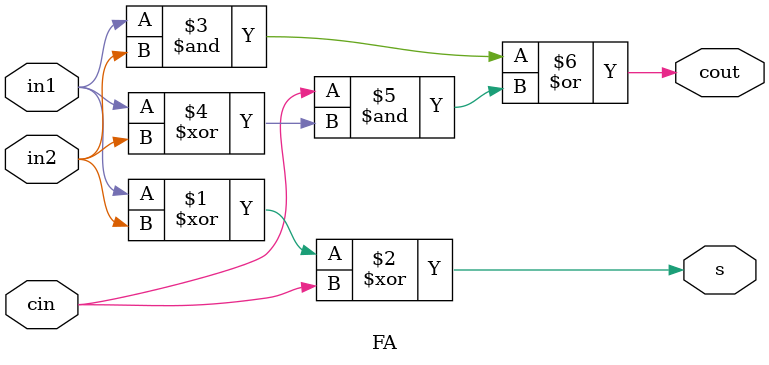
<source format=v>
module FA(s,cout,in1,in2,cin);

input in1,in2,cin;
output s,cout;

assign s = (in1^in2)^cin;
assign cout = (in1&in2) | (cin & (in1^in2));

endmodule
</source>
